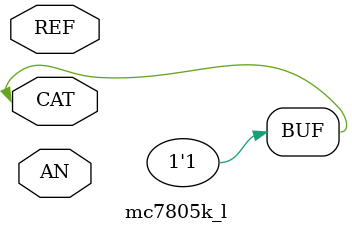
<source format=v>
/* 
 *  Created:  < wittich 17/08/95>
 *  Time-stamp: <95/08/21 12:47:05 wittich>
 *  filename: /tape/snopcb/snolib_fec32/mc7805k_l/verilog_lib/verilog.v
 *  
 *  Comments: 5V power supply, high current.  modeled with a supply1 on
 *            output.  should I make this active only when input is high?
 *            probably not worth it.
 *
 *  Modification History:
 *  ------------------------------
 *  17/08/95          Created.
 * 
 */ 

module mc7805k_l(AN, CAT, REF);
  input REF, AN;
  inout CAT;

  supply1 CAT;

endmodule /* MC7805K_L */
   


</source>
